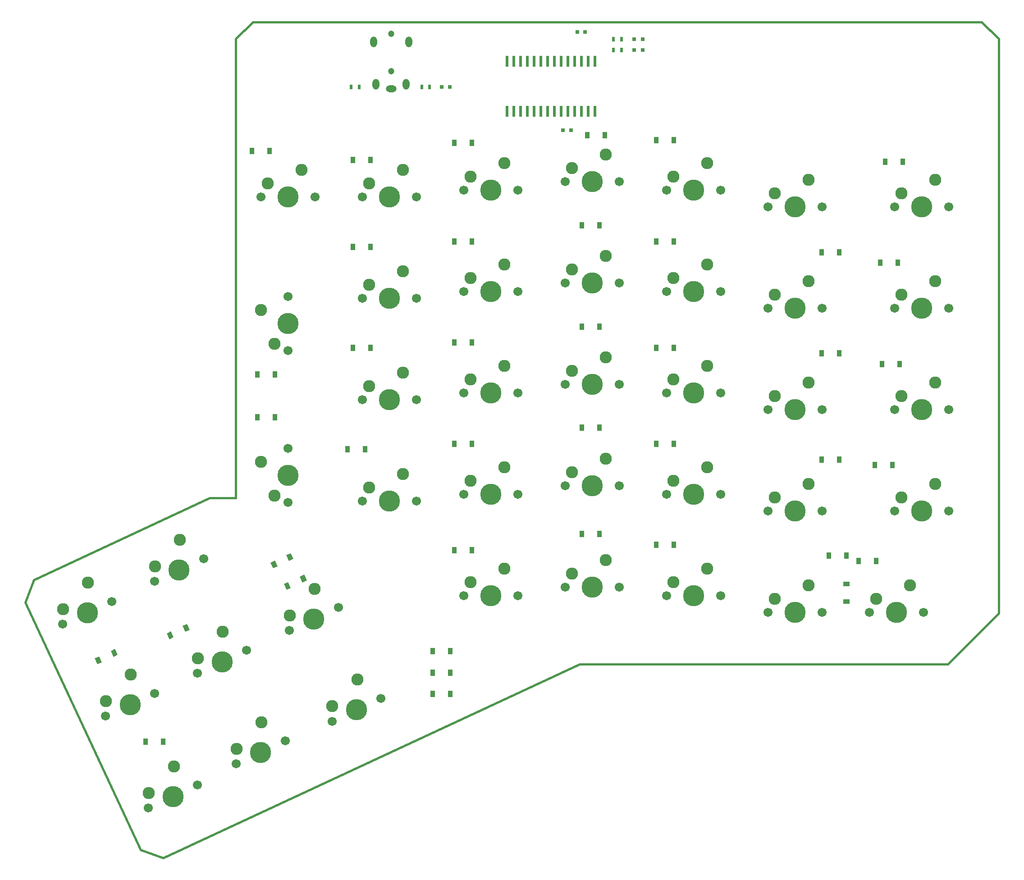
<source format=gts>
%TF.GenerationSoftware,KiCad,Pcbnew,5.1.7*%
%TF.CreationDate,2020-11-01T11:12:36-08:00*%
%TF.ProjectId,ErgoDOX_right,4572676f-444f-4585-9f72-696768742e6b,2.0.1*%
%TF.SameCoordinates,Original*%
%TF.FileFunction,Soldermask,Top*%
%TF.FilePolarity,Negative*%
%FSLAX46Y46*%
G04 Gerber Fmt 4.6, Leading zero omitted, Abs format (unit mm)*
G04 Created by KiCad (PCBNEW 5.1.7) date 2020-11-01 11:12:36*
%MOMM*%
%LPD*%
G01*
G04 APERTURE LIST*
%TA.AperFunction,Profile*%
%ADD10C,0.381000*%
%TD*%
%ADD11R,0.600000X2.000000*%
%ADD12C,2.286000*%
%ADD13C,3.987800*%
%ADD14C,1.701800*%
%ADD15R,0.800000X0.750000*%
%ADD16R,0.900000X1.200000*%
%ADD17O,2.000000X1.300000*%
%ADD18O,1.300000X2.000000*%
%ADD19C,1.200000*%
%ADD20R,1.200000X0.900000*%
%ADD21C,0.150000*%
%ADD22R,0.500000X0.900000*%
%ADD23R,0.800000X0.800000*%
G04 APERTURE END LIST*
D10*
X90121000Y-32258000D02*
X93521000Y-32258000D01*
X90121000Y-32258000D02*
X77876400Y-32258000D01*
X95046800Y-32258000D02*
X93521000Y-32258000D01*
X202742800Y-32258000D02*
X143408400Y-32258000D01*
X143408400Y-32258000D02*
X131902200Y-32258000D01*
X131902200Y-32258000D02*
X95046800Y-32258000D01*
X77876400Y-32258000D02*
X65811400Y-32258000D01*
X65811400Y-32258000D02*
X62611000Y-35433000D01*
X127152400Y-152908000D02*
X196392800Y-152908000D01*
X196392800Y-152908000D02*
X205917800Y-143383000D01*
X205917800Y-143383000D02*
X205917800Y-35433000D01*
X205917800Y-35433000D02*
X202742800Y-32258000D01*
X62611000Y-35433000D02*
X62611000Y-121666000D01*
X62611000Y-121666000D02*
X57708800Y-121666000D01*
X57708800Y-121666000D02*
X24617680Y-137096500D01*
X24617680Y-137096500D02*
X23080980Y-141315440D01*
X23080980Y-141315440D02*
X44764960Y-187817760D01*
X44764960Y-187817760D02*
X48983900Y-189351920D01*
X48983900Y-189351920D02*
X127152400Y-152908000D01*
D11*
%TO.C,U2*%
X113596000Y-49023000D03*
X114866000Y-49023000D03*
X116136000Y-49023000D03*
X117406000Y-49023000D03*
X118676000Y-49023000D03*
X119946000Y-49023000D03*
X121216000Y-49023000D03*
X122486000Y-49023000D03*
X123756000Y-49023000D03*
X125026000Y-49023000D03*
X126296000Y-49023000D03*
X127566000Y-49023000D03*
X128836000Y-49023000D03*
X130106000Y-49023000D03*
X130106000Y-39623000D03*
X128836000Y-39623000D03*
X127566000Y-39623000D03*
X126296000Y-39623000D03*
X125026000Y-39623000D03*
X123756000Y-39623000D03*
X122486000Y-39623000D03*
X121216000Y-39623000D03*
X119946000Y-39623000D03*
X118676000Y-39623000D03*
X117406000Y-39623000D03*
X116136000Y-39623000D03*
X114866000Y-39623000D03*
X113596000Y-39623000D03*
%TD*%
D12*
%TO.C,SW5:13*%
X193992500Y-61925200D03*
X187642500Y-64465200D03*
D13*
X191452500Y-67005200D03*
D14*
X186372500Y-67005200D03*
X196532500Y-67005200D03*
%TD*%
D15*
%TO.C,C6*%
X126746000Y-34163000D03*
X128246000Y-34163000D03*
%TD*%
%TO.C,C5*%
X102776000Y-44498000D03*
X101276000Y-44498000D03*
%TD*%
%TO.C,C4*%
X124091000Y-52578000D03*
X125591000Y-52578000D03*
%TD*%
D16*
%TO.C,D5:9*%
X103626000Y-54998000D03*
X106926000Y-54998000D03*
%TD*%
D12*
%TO.C,SX1:7*%
X60170241Y-146806326D03*
X55488637Y-151791974D03*
D13*
X60015120Y-152483820D03*
D14*
X55411076Y-154630721D03*
X64619164Y-150336919D03*
%TD*%
D12*
%TO.C,SW3:13*%
X193992500Y-100022660D03*
X187642500Y-102562660D03*
D13*
X191452500Y-105102660D03*
D14*
X186372500Y-105102660D03*
X196532500Y-105102660D03*
%TD*%
D12*
%TO.C,SW2:9*%
X113030000Y-115897660D03*
X106680000Y-118437660D03*
D13*
X110490000Y-120977660D03*
D14*
X105410000Y-120977660D03*
X115570000Y-120977660D03*
%TD*%
D12*
%TO.C,SW2:10*%
X132080000Y-114300000D03*
X125730000Y-116840000D03*
D13*
X129540000Y-119380000D03*
D14*
X124460000Y-119380000D03*
X134620000Y-119380000D03*
%TD*%
D12*
%TO.C,SW3:9*%
X113030000Y-96847660D03*
X106680000Y-99387660D03*
D13*
X110490000Y-101927660D03*
D14*
X105410000Y-101927660D03*
X115570000Y-101927660D03*
%TD*%
D12*
%TO.C,SW2:11*%
X151130000Y-115897660D03*
X144780000Y-118437660D03*
D13*
X148590000Y-120977660D03*
D14*
X143510000Y-120977660D03*
X153670000Y-120977660D03*
%TD*%
D12*
%TO.C,SW3:10*%
X132080000Y-95250000D03*
X125730000Y-97790000D03*
D13*
X129540000Y-100330000D03*
D14*
X124460000Y-100330000D03*
X134620000Y-100330000D03*
%TD*%
D12*
%TO.C,SW3:11*%
X151130000Y-96847660D03*
X144780000Y-99387660D03*
D13*
X148590000Y-101927660D03*
D14*
X143510000Y-101927660D03*
X153670000Y-101927660D03*
%TD*%
D12*
%TO.C,SW1:11*%
X151130000Y-134947660D03*
X144780000Y-137487660D03*
D13*
X148590000Y-140027660D03*
D14*
X143510000Y-140027660D03*
X153670000Y-140027660D03*
%TD*%
D12*
%TO.C,SW1:10*%
X132080000Y-133350000D03*
X125730000Y-135890000D03*
D13*
X129540000Y-138430000D03*
D14*
X124460000Y-138430000D03*
X134620000Y-138430000D03*
%TD*%
D12*
%TO.C,SW1:9*%
X113030000Y-134947660D03*
X106680000Y-137487660D03*
D13*
X110490000Y-140027660D03*
D14*
X105410000Y-140027660D03*
X115570000Y-140027660D03*
%TD*%
D12*
%TO.C,SX1:8*%
X77434621Y-138754526D03*
X72753017Y-143740174D03*
D13*
X77279500Y-144432020D03*
D14*
X72675456Y-146578921D03*
X81883544Y-142285119D03*
%TD*%
D12*
%TO.C,SW5:12*%
X170180000Y-61925200D03*
X163830000Y-64465200D03*
D13*
X167640000Y-67005200D03*
D14*
X162560000Y-67005200D03*
X172720000Y-67005200D03*
%TD*%
D12*
%TO.C,SW5:11*%
X151130000Y-58747660D03*
X144780000Y-61287660D03*
D13*
X148590000Y-63827660D03*
D14*
X143510000Y-63827660D03*
X153670000Y-63827660D03*
%TD*%
D12*
%TO.C,SW5:10*%
X132080000Y-57150000D03*
X125730000Y-59690000D03*
D13*
X129540000Y-62230000D03*
D14*
X124460000Y-62230000D03*
X134620000Y-62230000D03*
%TD*%
D12*
%TO.C,SW5:9*%
X113030000Y-58747660D03*
X106680000Y-61287660D03*
D13*
X110490000Y-63827660D03*
D14*
X105410000Y-63827660D03*
X115570000Y-63827660D03*
%TD*%
D12*
%TO.C,SW5:8*%
X93980000Y-60020200D03*
X87630000Y-62560200D03*
D13*
X91440000Y-65100200D03*
D14*
X86360000Y-65100200D03*
X96520000Y-65100200D03*
%TD*%
D12*
%TO.C,SW5:7*%
X74930000Y-60020200D03*
X68580000Y-62560200D03*
D13*
X72390000Y-65100200D03*
D14*
X67310000Y-65100200D03*
X77470000Y-65100200D03*
%TD*%
D12*
%TO.C,SW4:13*%
X193992500Y-80972660D03*
X187642500Y-83512660D03*
D13*
X191452500Y-86052660D03*
D14*
X186372500Y-86052660D03*
X196532500Y-86052660D03*
%TD*%
D12*
%TO.C,SW4:12*%
X170180000Y-80972660D03*
X163830000Y-83512660D03*
D13*
X167640000Y-86052660D03*
D14*
X162560000Y-86052660D03*
X172720000Y-86052660D03*
%TD*%
D12*
%TO.C,SW4:11*%
X151130000Y-77797660D03*
X144780000Y-80337660D03*
D13*
X148590000Y-82877660D03*
D14*
X143510000Y-82877660D03*
X153670000Y-82877660D03*
%TD*%
D12*
%TO.C,SW4:10*%
X132080000Y-76200000D03*
X125730000Y-78740000D03*
D13*
X129540000Y-81280000D03*
D14*
X124460000Y-81280000D03*
X134620000Y-81280000D03*
%TD*%
D12*
%TO.C,SW4:9*%
X113030000Y-77797660D03*
X106680000Y-80337660D03*
D13*
X110490000Y-82877660D03*
D14*
X105410000Y-82877660D03*
X115570000Y-82877660D03*
%TD*%
D12*
%TO.C,SW4:8*%
X93980000Y-79067660D03*
X87630000Y-81607660D03*
D13*
X91440000Y-84147660D03*
D14*
X86360000Y-84147660D03*
X96520000Y-84147660D03*
%TD*%
D12*
%TO.C,SW4:7*%
X67310000Y-86370160D03*
X69850000Y-92720160D03*
D13*
X72390000Y-88910160D03*
D14*
X72390000Y-93990160D03*
X72390000Y-83830160D03*
%TD*%
D12*
%TO.C,SW3:12*%
X170180000Y-100022660D03*
X163830000Y-102562660D03*
D13*
X167640000Y-105102660D03*
D14*
X162560000Y-105102660D03*
X172720000Y-105102660D03*
%TD*%
D12*
%TO.C,SW3:8*%
X93980000Y-98117660D03*
X87630000Y-100657660D03*
D13*
X91440000Y-103197660D03*
D14*
X86360000Y-103197660D03*
X96520000Y-103197660D03*
%TD*%
D12*
%TO.C,SW2:13*%
X193992500Y-119072660D03*
X187642500Y-121612660D03*
D13*
X191452500Y-124152660D03*
D14*
X186372500Y-124152660D03*
X196532500Y-124152660D03*
%TD*%
D12*
%TO.C,SW2:12*%
X170180000Y-119072660D03*
X163830000Y-121612660D03*
D13*
X167640000Y-124152660D03*
D14*
X162560000Y-124152660D03*
X172720000Y-124152660D03*
%TD*%
D12*
%TO.C,SW2:8*%
X93980000Y-117167660D03*
X87630000Y-119707660D03*
D13*
X91440000Y-122247660D03*
D14*
X86360000Y-122247660D03*
X96520000Y-122247660D03*
%TD*%
D12*
%TO.C,SW2:7*%
X67310000Y-114945160D03*
X69850000Y-121295160D03*
D13*
X72390000Y-117485160D03*
D14*
X72390000Y-122565160D03*
X72390000Y-112405160D03*
%TD*%
D12*
%TO.C,SW1:13*%
X189230000Y-138122660D03*
X182880000Y-140662660D03*
D13*
X186690000Y-143202660D03*
D14*
X181610000Y-143202660D03*
X191770000Y-143202660D03*
%TD*%
D12*
%TO.C,SW1:12*%
X170180000Y-138122660D03*
X163830000Y-140662660D03*
D13*
X167640000Y-143202660D03*
D14*
X162560000Y-143202660D03*
X172720000Y-143202660D03*
%TD*%
D12*
%TO.C,SW0:12*%
X50955121Y-172122506D03*
X46273517Y-177108154D03*
D13*
X50800000Y-177800000D03*
D14*
X46195956Y-179946901D03*
X55404044Y-175653099D03*
%TD*%
D12*
%TO.C,SW0:11*%
X67431121Y-163820506D03*
X62749517Y-168806154D03*
D13*
X67276000Y-169498000D03*
D14*
X62671956Y-171644901D03*
X71880044Y-167351099D03*
%TD*%
D12*
%TO.C,SW0:10*%
X85431121Y-155820506D03*
X80749517Y-160806154D03*
D13*
X85276000Y-161498000D03*
D14*
X80671956Y-163644901D03*
X89880044Y-159351099D03*
%TD*%
D12*
%TO.C,SW0:9*%
X42903321Y-154855586D03*
X38221717Y-159841234D03*
D13*
X42748200Y-160533080D03*
D14*
X38144156Y-162679981D03*
X47352244Y-158386179D03*
%TD*%
D12*
%TO.C,SW0:8*%
X52118441Y-129541946D03*
X47436837Y-134527594D03*
D13*
X51963320Y-135219440D03*
D14*
X47359276Y-137366341D03*
X56567364Y-133072539D03*
%TD*%
D12*
%TO.C,SW0:7*%
X34854061Y-137591206D03*
X30172457Y-142576854D03*
D13*
X34698940Y-143268700D03*
D14*
X30094896Y-145415601D03*
X39302984Y-141121799D03*
%TD*%
D17*
%TO.C,J1*%
X91776000Y-44798000D03*
D18*
X94626000Y-43998000D03*
X88926000Y-43998000D03*
X88476000Y-35998000D03*
D19*
X91776000Y-41498000D03*
X91776000Y-34498000D03*
D18*
X95076000Y-35998000D03*
%TD*%
D16*
%TO.C,D5:13*%
X184626000Y-58498000D03*
X187926000Y-58498000D03*
%TD*%
%TO.C,D5:12*%
X175926000Y-75498000D03*
X172626000Y-75498000D03*
%TD*%
%TO.C,D5:11*%
X141626000Y-54498000D03*
X144926000Y-54498000D03*
%TD*%
%TO.C,D5:10*%
X131926000Y-53498000D03*
X128626000Y-53498000D03*
%TD*%
%TO.C,D5:8*%
X84626000Y-58148000D03*
X87926000Y-58148000D03*
%TD*%
%TO.C,D5:7*%
X65626000Y-56498000D03*
X68926000Y-56498000D03*
%TD*%
%TO.C,D4:13*%
X183626000Y-77498000D03*
X186926000Y-77498000D03*
%TD*%
%TO.C,D4:12*%
X175926000Y-94498000D03*
X172626000Y-94498000D03*
%TD*%
%TO.C,D4:11*%
X141626000Y-73498000D03*
X144926000Y-73498000D03*
%TD*%
%TO.C,D4:10*%
X130926000Y-70498000D03*
X127626000Y-70498000D03*
%TD*%
%TO.C,D4:9*%
X103626000Y-73498000D03*
X106926000Y-73498000D03*
%TD*%
%TO.C,D4:8*%
X84626000Y-74498000D03*
X87926000Y-74498000D03*
%TD*%
%TO.C,D4:7*%
X66626000Y-98498000D03*
X69926000Y-98498000D03*
%TD*%
%TO.C,D3:13*%
X183976000Y-96498000D03*
X187276000Y-96498000D03*
%TD*%
%TO.C,D3:12*%
X175926000Y-114498000D03*
X172626000Y-114498000D03*
%TD*%
%TO.C,D3:11*%
X141626000Y-93498000D03*
X144926000Y-93498000D03*
%TD*%
%TO.C,D3:10*%
X130926000Y-89498000D03*
X127626000Y-89498000D03*
%TD*%
%TO.C,D3:9*%
X103626000Y-92498000D03*
X106926000Y-92498000D03*
%TD*%
%TO.C,D3:8*%
X84626000Y-93498000D03*
X87926000Y-93498000D03*
%TD*%
%TO.C,D2:13*%
X182626000Y-115498000D03*
X185926000Y-115498000D03*
%TD*%
%TO.C,D2:12*%
X177276000Y-132498000D03*
X173976000Y-132498000D03*
%TD*%
%TO.C,D2:11*%
X141626000Y-111498000D03*
X144926000Y-111498000D03*
%TD*%
%TO.C,D2:10*%
X130926000Y-108498000D03*
X127626000Y-108498000D03*
%TD*%
%TO.C,D2:9*%
X103626000Y-111498000D03*
X106926000Y-111498000D03*
%TD*%
%TO.C,D2:8*%
X83626000Y-112498000D03*
X86926000Y-112498000D03*
%TD*%
%TO.C,D2:7*%
X66626000Y-106498000D03*
X69926000Y-106498000D03*
%TD*%
%TO.C,D1:13*%
X179626000Y-133498000D03*
X182926000Y-133498000D03*
%TD*%
D20*
%TO.C,D1:12*%
X177276000Y-137848000D03*
X177276000Y-141148000D03*
%TD*%
D16*
%TO.C,D1:11*%
X141626000Y-130498000D03*
X144926000Y-130498000D03*
%TD*%
%TO.C,D1:10*%
X130926000Y-128498000D03*
X127626000Y-128498000D03*
%TD*%
%TO.C,D1:9*%
X103626000Y-131498000D03*
X106926000Y-131498000D03*
%TD*%
D21*
%TO.C,D1:8*%
G36*
X75425676Y-136094477D02*
G01*
X75932817Y-137182046D01*
X75117140Y-137562403D01*
X74609999Y-136474834D01*
X75425676Y-136094477D01*
G37*
G36*
X72434860Y-137489117D02*
G01*
X72942001Y-138576686D01*
X72126324Y-138957043D01*
X71619183Y-137869474D01*
X72434860Y-137489117D01*
G37*
%TD*%
%TO.C,D1:7*%
G36*
X50121732Y-148231963D02*
G01*
X49614591Y-147144394D01*
X50430268Y-146764037D01*
X50937409Y-147851606D01*
X50121732Y-148231963D01*
G37*
G36*
X53112548Y-146837323D02*
G01*
X52605407Y-145749754D01*
X53421084Y-145369397D01*
X53928225Y-146456966D01*
X53112548Y-146837323D01*
G37*
%TD*%
D16*
%TO.C,D0:12*%
X102926000Y-158498000D03*
X99626000Y-158498000D03*
%TD*%
%TO.C,D0:11*%
X102926000Y-154498000D03*
X99626000Y-154498000D03*
%TD*%
%TO.C,D0:10*%
X102926000Y-150498000D03*
X99626000Y-150498000D03*
%TD*%
%TO.C,D0:9*%
X48926000Y-167498000D03*
X45626000Y-167498000D03*
%TD*%
D21*
%TO.C,D0:8*%
G36*
X72925676Y-132066717D02*
G01*
X73432817Y-133154286D01*
X72617140Y-133534643D01*
X72109999Y-132447074D01*
X72925676Y-132066717D01*
G37*
G36*
X69934860Y-133461357D02*
G01*
X70442001Y-134548926D01*
X69626324Y-134929283D01*
X69119183Y-133841714D01*
X69934860Y-133461357D01*
G37*
%TD*%
%TO.C,D0:7*%
G36*
X39925676Y-150066717D02*
G01*
X40432817Y-151154286D01*
X39617140Y-151534643D01*
X39109999Y-150447074D01*
X39925676Y-150066717D01*
G37*
G36*
X36934860Y-151461357D02*
G01*
X37442001Y-152548926D01*
X36626324Y-152929283D01*
X36119183Y-151841714D01*
X36934860Y-151461357D01*
G37*
%TD*%
D22*
%TO.C,R7*%
X84276000Y-44498000D03*
X85776000Y-44498000D03*
%TD*%
%TO.C,R6*%
X97526000Y-44498000D03*
X99026000Y-44498000D03*
%TD*%
%TO.C,R3*%
X133526000Y-37498000D03*
X135026000Y-37498000D03*
%TD*%
%TO.C,R4*%
X133526000Y-35498000D03*
X135026000Y-35498000D03*
%TD*%
D23*
%TO.C,LED_B1*%
X137476000Y-35498000D03*
X139076000Y-35498000D03*
%TD*%
%TO.C,LED_A1*%
X137476000Y-37498000D03*
X139076000Y-37498000D03*
%TD*%
M02*

</source>
